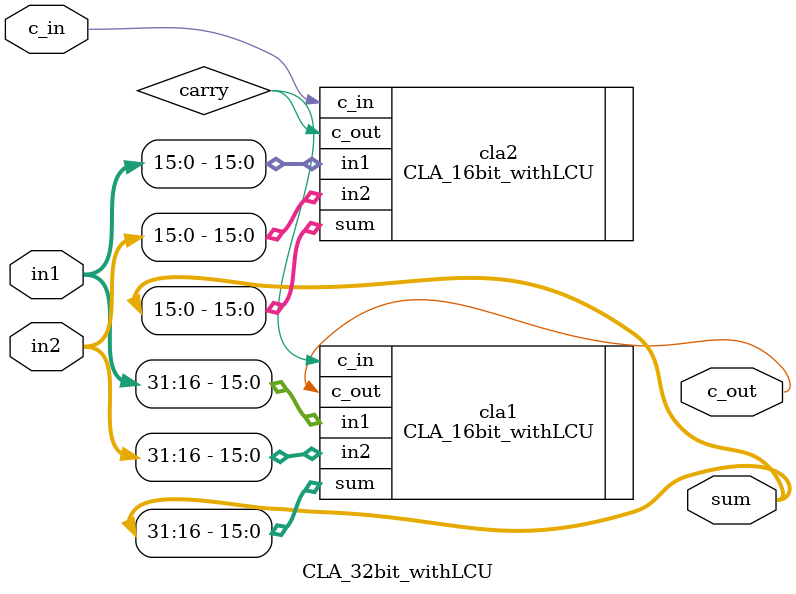
<source format=v>
`timescale 1ns / 1ps
module CLA_32bit_withLCU( in1, in2, c_in, sum, c_out) ;
    output [31:0] sum;
    output c_out;
    input [31:0] in1 , in2;
    input c_in; 
	
	wire [3:0] P, G; // wires for connecting block propagate and generate from 4-bit CLAs to lookahead carry unit
	wire carry; // wires for connecting carries from lookahead carry unit to the 4-bit CLAs
	
	
    // 16 bit adder by using four augmented 4-bit CLAs and a lookahead carry unit

	
	CLA_16bit_withLCU cla1(.in1(in1[31:16]), .in2(in2[31:16]), .c_in(carry), .sum(sum[31:16]), .c_out(c_out));
	CLA_16bit_withLCU cla2(.in1(in1[15:0]), .in2(in2[15:0]), .c_in(c_in), .sum(sum[15:0]), .c_out(carry));

endmodule


</source>
